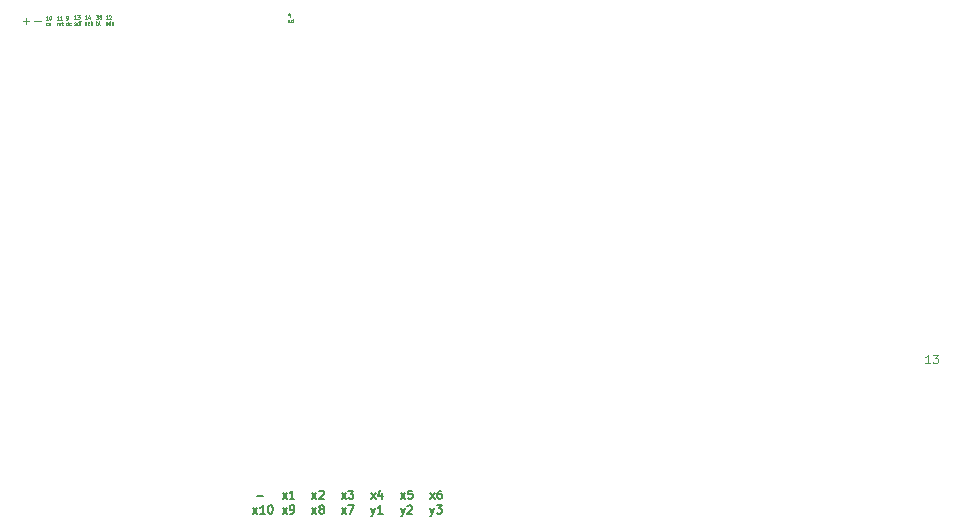
<source format=gbr>
%TF.GenerationSoftware,KiCad,Pcbnew,9.0.7*%
%TF.CreationDate,2026-01-27T19:23:09-03:00*%
%TF.ProjectId,pcb_geral,7063625f-6765-4726-916c-2e6b69636164,rev?*%
%TF.SameCoordinates,Original*%
%TF.FileFunction,Glue,Top*%
%TF.FilePolarity,Positive*%
%FSLAX46Y46*%
G04 Gerber Fmt 4.6, Leading zero omitted, Abs format (unit mm)*
G04 Created by KiCad (PCBNEW 9.0.7) date 2026-01-27 19:23:09*
%MOMM*%
%LPD*%
G01*
G04 APERTURE LIST*
%ADD10C,0.175000*%
%ADD11C,0.020000*%
%ADD12C,0.050000*%
G04 APERTURE END LIST*
D10*
X107715131Y-124905233D02*
X108081797Y-124438566D01*
X107715131Y-124438566D02*
X108081797Y-124905233D01*
X108315131Y-124271900D02*
X108348464Y-124238566D01*
X108348464Y-124238566D02*
X108415131Y-124205233D01*
X108415131Y-124205233D02*
X108581798Y-124205233D01*
X108581798Y-124205233D02*
X108648464Y-124238566D01*
X108648464Y-124238566D02*
X108681798Y-124271900D01*
X108681798Y-124271900D02*
X108715131Y-124338566D01*
X108715131Y-124338566D02*
X108715131Y-124405233D01*
X108715131Y-124405233D02*
X108681798Y-124505233D01*
X108681798Y-124505233D02*
X108281798Y-124905233D01*
X108281798Y-124905233D02*
X108715131Y-124905233D01*
D11*
X89406014Y-83979262D02*
X89591728Y-83979262D01*
X89591728Y-83979262D02*
X89491728Y-84093548D01*
X89491728Y-84093548D02*
X89534585Y-84093548D01*
X89534585Y-84093548D02*
X89563157Y-84107834D01*
X89563157Y-84107834D02*
X89577442Y-84122119D01*
X89577442Y-84122119D02*
X89591728Y-84150691D01*
X89591728Y-84150691D02*
X89591728Y-84222119D01*
X89591728Y-84222119D02*
X89577442Y-84250691D01*
X89577442Y-84250691D02*
X89563157Y-84264977D01*
X89563157Y-84264977D02*
X89534585Y-84279262D01*
X89534585Y-84279262D02*
X89448871Y-84279262D01*
X89448871Y-84279262D02*
X89420299Y-84264977D01*
X89420299Y-84264977D02*
X89406014Y-84250691D01*
X89763156Y-84107834D02*
X89734585Y-84093548D01*
X89734585Y-84093548D02*
X89720299Y-84079262D01*
X89720299Y-84079262D02*
X89706013Y-84050691D01*
X89706013Y-84050691D02*
X89706013Y-84036405D01*
X89706013Y-84036405D02*
X89720299Y-84007834D01*
X89720299Y-84007834D02*
X89734585Y-83993548D01*
X89734585Y-83993548D02*
X89763156Y-83979262D01*
X89763156Y-83979262D02*
X89820299Y-83979262D01*
X89820299Y-83979262D02*
X89848871Y-83993548D01*
X89848871Y-83993548D02*
X89863156Y-84007834D01*
X89863156Y-84007834D02*
X89877442Y-84036405D01*
X89877442Y-84036405D02*
X89877442Y-84050691D01*
X89877442Y-84050691D02*
X89863156Y-84079262D01*
X89863156Y-84079262D02*
X89848871Y-84093548D01*
X89848871Y-84093548D02*
X89820299Y-84107834D01*
X89820299Y-84107834D02*
X89763156Y-84107834D01*
X89763156Y-84107834D02*
X89734585Y-84122119D01*
X89734585Y-84122119D02*
X89720299Y-84136405D01*
X89720299Y-84136405D02*
X89706013Y-84164977D01*
X89706013Y-84164977D02*
X89706013Y-84222119D01*
X89706013Y-84222119D02*
X89720299Y-84250691D01*
X89720299Y-84250691D02*
X89734585Y-84264977D01*
X89734585Y-84264977D02*
X89763156Y-84279262D01*
X89763156Y-84279262D02*
X89820299Y-84279262D01*
X89820299Y-84279262D02*
X89848871Y-84264977D01*
X89848871Y-84264977D02*
X89863156Y-84250691D01*
X89863156Y-84250691D02*
X89877442Y-84222119D01*
X89877442Y-84222119D02*
X89877442Y-84164977D01*
X89877442Y-84164977D02*
X89863156Y-84136405D01*
X89863156Y-84136405D02*
X89848871Y-84122119D01*
X89848871Y-84122119D02*
X89820299Y-84107834D01*
X89434585Y-84762245D02*
X89434585Y-84462245D01*
X89434585Y-84576531D02*
X89463157Y-84562245D01*
X89463157Y-84562245D02*
X89520299Y-84562245D01*
X89520299Y-84562245D02*
X89548871Y-84576531D01*
X89548871Y-84576531D02*
X89563157Y-84590817D01*
X89563157Y-84590817D02*
X89577442Y-84619388D01*
X89577442Y-84619388D02*
X89577442Y-84705102D01*
X89577442Y-84705102D02*
X89563157Y-84733674D01*
X89563157Y-84733674D02*
X89548871Y-84747960D01*
X89548871Y-84747960D02*
X89520299Y-84762245D01*
X89520299Y-84762245D02*
X89463157Y-84762245D01*
X89463157Y-84762245D02*
X89434585Y-84747960D01*
X89748871Y-84762245D02*
X89720300Y-84747960D01*
X89720300Y-84747960D02*
X89706014Y-84719388D01*
X89706014Y-84719388D02*
X89706014Y-84462245D01*
X105813157Y-83879262D02*
X105813157Y-84079262D01*
X105741728Y-83764977D02*
X105670299Y-83979262D01*
X105670299Y-83979262D02*
X105856014Y-83979262D01*
X105670299Y-84547960D02*
X105698871Y-84562245D01*
X105698871Y-84562245D02*
X105756014Y-84562245D01*
X105756014Y-84562245D02*
X105784585Y-84547960D01*
X105784585Y-84547960D02*
X105798871Y-84519388D01*
X105798871Y-84519388D02*
X105798871Y-84505102D01*
X105798871Y-84505102D02*
X105784585Y-84476531D01*
X105784585Y-84476531D02*
X105756014Y-84462245D01*
X105756014Y-84462245D02*
X105713157Y-84462245D01*
X105713157Y-84462245D02*
X105684585Y-84447960D01*
X105684585Y-84447960D02*
X105670299Y-84419388D01*
X105670299Y-84419388D02*
X105670299Y-84405102D01*
X105670299Y-84405102D02*
X105684585Y-84376531D01*
X105684585Y-84376531D02*
X105713157Y-84362245D01*
X105713157Y-84362245D02*
X105756014Y-84362245D01*
X105756014Y-84362245D02*
X105784585Y-84376531D01*
X106056014Y-84562245D02*
X106056014Y-84262245D01*
X106056014Y-84547960D02*
X106027442Y-84562245D01*
X106027442Y-84562245D02*
X105970299Y-84562245D01*
X105970299Y-84562245D02*
X105941728Y-84547960D01*
X105941728Y-84547960D02*
X105927442Y-84533674D01*
X105927442Y-84533674D02*
X105913156Y-84505102D01*
X105913156Y-84505102D02*
X105913156Y-84419388D01*
X105913156Y-84419388D02*
X105927442Y-84390817D01*
X105927442Y-84390817D02*
X105941728Y-84376531D01*
X105941728Y-84376531D02*
X105970299Y-84362245D01*
X105970299Y-84362245D02*
X106027442Y-84362245D01*
X106027442Y-84362245D02*
X106056014Y-84376531D01*
X86241728Y-84329262D02*
X86070299Y-84329262D01*
X86156014Y-84329262D02*
X86156014Y-84029262D01*
X86156014Y-84029262D02*
X86127442Y-84072119D01*
X86127442Y-84072119D02*
X86098871Y-84100691D01*
X86098871Y-84100691D02*
X86070299Y-84114977D01*
X86527442Y-84329262D02*
X86356013Y-84329262D01*
X86441728Y-84329262D02*
X86441728Y-84029262D01*
X86441728Y-84029262D02*
X86413156Y-84072119D01*
X86413156Y-84072119D02*
X86384585Y-84100691D01*
X86384585Y-84100691D02*
X86356013Y-84114977D01*
X86084585Y-84812245D02*
X86084585Y-84612245D01*
X86084585Y-84669388D02*
X86098871Y-84640817D01*
X86098871Y-84640817D02*
X86113157Y-84626531D01*
X86113157Y-84626531D02*
X86141728Y-84612245D01*
X86141728Y-84612245D02*
X86170299Y-84612245D01*
X86256013Y-84797960D02*
X86284585Y-84812245D01*
X86284585Y-84812245D02*
X86341728Y-84812245D01*
X86341728Y-84812245D02*
X86370299Y-84797960D01*
X86370299Y-84797960D02*
X86384585Y-84769388D01*
X86384585Y-84769388D02*
X86384585Y-84755102D01*
X86384585Y-84755102D02*
X86370299Y-84726531D01*
X86370299Y-84726531D02*
X86341728Y-84712245D01*
X86341728Y-84712245D02*
X86298871Y-84712245D01*
X86298871Y-84712245D02*
X86270299Y-84697960D01*
X86270299Y-84697960D02*
X86256013Y-84669388D01*
X86256013Y-84669388D02*
X86256013Y-84655102D01*
X86256013Y-84655102D02*
X86270299Y-84626531D01*
X86270299Y-84626531D02*
X86298871Y-84612245D01*
X86298871Y-84612245D02*
X86341728Y-84612245D01*
X86341728Y-84612245D02*
X86370299Y-84626531D01*
X86470299Y-84612245D02*
X86584585Y-84612245D01*
X86513156Y-84512245D02*
X86513156Y-84769388D01*
X86513156Y-84769388D02*
X86527442Y-84797960D01*
X86527442Y-84797960D02*
X86556013Y-84812245D01*
X86556013Y-84812245D02*
X86584585Y-84812245D01*
X88641728Y-84279262D02*
X88470299Y-84279262D01*
X88556014Y-84279262D02*
X88556014Y-83979262D01*
X88556014Y-83979262D02*
X88527442Y-84022119D01*
X88527442Y-84022119D02*
X88498871Y-84050691D01*
X88498871Y-84050691D02*
X88470299Y-84064977D01*
X88898871Y-84079262D02*
X88898871Y-84279262D01*
X88827442Y-83964977D02*
X88756013Y-84179262D01*
X88756013Y-84179262D02*
X88941728Y-84179262D01*
X88470299Y-84747960D02*
X88498871Y-84762245D01*
X88498871Y-84762245D02*
X88556014Y-84762245D01*
X88556014Y-84762245D02*
X88584585Y-84747960D01*
X88584585Y-84747960D02*
X88598871Y-84719388D01*
X88598871Y-84719388D02*
X88598871Y-84705102D01*
X88598871Y-84705102D02*
X88584585Y-84676531D01*
X88584585Y-84676531D02*
X88556014Y-84662245D01*
X88556014Y-84662245D02*
X88513157Y-84662245D01*
X88513157Y-84662245D02*
X88484585Y-84647960D01*
X88484585Y-84647960D02*
X88470299Y-84619388D01*
X88470299Y-84619388D02*
X88470299Y-84605102D01*
X88470299Y-84605102D02*
X88484585Y-84576531D01*
X88484585Y-84576531D02*
X88513157Y-84562245D01*
X88513157Y-84562245D02*
X88556014Y-84562245D01*
X88556014Y-84562245D02*
X88584585Y-84576531D01*
X88856014Y-84747960D02*
X88827442Y-84762245D01*
X88827442Y-84762245D02*
X88770299Y-84762245D01*
X88770299Y-84762245D02*
X88741728Y-84747960D01*
X88741728Y-84747960D02*
X88727442Y-84733674D01*
X88727442Y-84733674D02*
X88713156Y-84705102D01*
X88713156Y-84705102D02*
X88713156Y-84619388D01*
X88713156Y-84619388D02*
X88727442Y-84590817D01*
X88727442Y-84590817D02*
X88741728Y-84576531D01*
X88741728Y-84576531D02*
X88770299Y-84562245D01*
X88770299Y-84562245D02*
X88827442Y-84562245D01*
X88827442Y-84562245D02*
X88856014Y-84576531D01*
X88984585Y-84762245D02*
X88984585Y-84462245D01*
X89013157Y-84647960D02*
X89098871Y-84762245D01*
X89098871Y-84562245D02*
X88984585Y-84676531D01*
D12*
X84199560Y-84445066D02*
X84732894Y-84445066D01*
X160036227Y-113411733D02*
X159636227Y-113411733D01*
X159836227Y-113411733D02*
X159836227Y-112711733D01*
X159836227Y-112711733D02*
X159769560Y-112811733D01*
X159769560Y-112811733D02*
X159702894Y-112878400D01*
X159702894Y-112878400D02*
X159636227Y-112911733D01*
X160269561Y-112711733D02*
X160702894Y-112711733D01*
X160702894Y-112711733D02*
X160469561Y-112978400D01*
X160469561Y-112978400D02*
X160569561Y-112978400D01*
X160569561Y-112978400D02*
X160636227Y-113011733D01*
X160636227Y-113011733D02*
X160669561Y-113045066D01*
X160669561Y-113045066D02*
X160702894Y-113111733D01*
X160702894Y-113111733D02*
X160702894Y-113278400D01*
X160702894Y-113278400D02*
X160669561Y-113345066D01*
X160669561Y-113345066D02*
X160636227Y-113378400D01*
X160636227Y-113378400D02*
X160569561Y-113411733D01*
X160569561Y-113411733D02*
X160369561Y-113411733D01*
X160369561Y-113411733D02*
X160302894Y-113378400D01*
X160302894Y-113378400D02*
X160269561Y-113345066D01*
D11*
X85341728Y-84329262D02*
X85170299Y-84329262D01*
X85256014Y-84329262D02*
X85256014Y-84029262D01*
X85256014Y-84029262D02*
X85227442Y-84072119D01*
X85227442Y-84072119D02*
X85198871Y-84100691D01*
X85198871Y-84100691D02*
X85170299Y-84114977D01*
X85527442Y-84029262D02*
X85556013Y-84029262D01*
X85556013Y-84029262D02*
X85584585Y-84043548D01*
X85584585Y-84043548D02*
X85598871Y-84057834D01*
X85598871Y-84057834D02*
X85613156Y-84086405D01*
X85613156Y-84086405D02*
X85627442Y-84143548D01*
X85627442Y-84143548D02*
X85627442Y-84214977D01*
X85627442Y-84214977D02*
X85613156Y-84272119D01*
X85613156Y-84272119D02*
X85598871Y-84300691D01*
X85598871Y-84300691D02*
X85584585Y-84314977D01*
X85584585Y-84314977D02*
X85556013Y-84329262D01*
X85556013Y-84329262D02*
X85527442Y-84329262D01*
X85527442Y-84329262D02*
X85498871Y-84314977D01*
X85498871Y-84314977D02*
X85484585Y-84300691D01*
X85484585Y-84300691D02*
X85470299Y-84272119D01*
X85470299Y-84272119D02*
X85456013Y-84214977D01*
X85456013Y-84214977D02*
X85456013Y-84143548D01*
X85456013Y-84143548D02*
X85470299Y-84086405D01*
X85470299Y-84086405D02*
X85484585Y-84057834D01*
X85484585Y-84057834D02*
X85498871Y-84043548D01*
X85498871Y-84043548D02*
X85527442Y-84029262D01*
X85313157Y-84797960D02*
X85284585Y-84812245D01*
X85284585Y-84812245D02*
X85227442Y-84812245D01*
X85227442Y-84812245D02*
X85198871Y-84797960D01*
X85198871Y-84797960D02*
X85184585Y-84783674D01*
X85184585Y-84783674D02*
X85170299Y-84755102D01*
X85170299Y-84755102D02*
X85170299Y-84669388D01*
X85170299Y-84669388D02*
X85184585Y-84640817D01*
X85184585Y-84640817D02*
X85198871Y-84626531D01*
X85198871Y-84626531D02*
X85227442Y-84612245D01*
X85227442Y-84612245D02*
X85284585Y-84612245D01*
X85284585Y-84612245D02*
X85313157Y-84626531D01*
X85427442Y-84797960D02*
X85456014Y-84812245D01*
X85456014Y-84812245D02*
X85513157Y-84812245D01*
X85513157Y-84812245D02*
X85541728Y-84797960D01*
X85541728Y-84797960D02*
X85556014Y-84769388D01*
X85556014Y-84769388D02*
X85556014Y-84755102D01*
X85556014Y-84755102D02*
X85541728Y-84726531D01*
X85541728Y-84726531D02*
X85513157Y-84712245D01*
X85513157Y-84712245D02*
X85470300Y-84712245D01*
X85470300Y-84712245D02*
X85441728Y-84697960D01*
X85441728Y-84697960D02*
X85427442Y-84669388D01*
X85427442Y-84669388D02*
X85427442Y-84655102D01*
X85427442Y-84655102D02*
X85441728Y-84626531D01*
X85441728Y-84626531D02*
X85470300Y-84612245D01*
X85470300Y-84612245D02*
X85513157Y-84612245D01*
X85513157Y-84612245D02*
X85541728Y-84626531D01*
D10*
X117715131Y-124905233D02*
X118081797Y-124438566D01*
X117715131Y-124438566D02*
X118081797Y-124905233D01*
X118648464Y-124205233D02*
X118515131Y-124205233D01*
X118515131Y-124205233D02*
X118448464Y-124238566D01*
X118448464Y-124238566D02*
X118415131Y-124271900D01*
X118415131Y-124271900D02*
X118348464Y-124371900D01*
X118348464Y-124371900D02*
X118315131Y-124505233D01*
X118315131Y-124505233D02*
X118315131Y-124771900D01*
X118315131Y-124771900D02*
X118348464Y-124838566D01*
X118348464Y-124838566D02*
X118381798Y-124871900D01*
X118381798Y-124871900D02*
X118448464Y-124905233D01*
X118448464Y-124905233D02*
X118581798Y-124905233D01*
X118581798Y-124905233D02*
X118648464Y-124871900D01*
X118648464Y-124871900D02*
X118681798Y-124838566D01*
X118681798Y-124838566D02*
X118715131Y-124771900D01*
X118715131Y-124771900D02*
X118715131Y-124605233D01*
X118715131Y-124605233D02*
X118681798Y-124538566D01*
X118681798Y-124538566D02*
X118648464Y-124505233D01*
X118648464Y-124505233D02*
X118581798Y-124471900D01*
X118581798Y-124471900D02*
X118448464Y-124471900D01*
X118448464Y-124471900D02*
X118381798Y-124505233D01*
X118381798Y-124505233D02*
X118348464Y-124538566D01*
X118348464Y-124538566D02*
X118315131Y-124605233D01*
D11*
X87741728Y-84279262D02*
X87570299Y-84279262D01*
X87656014Y-84279262D02*
X87656014Y-83979262D01*
X87656014Y-83979262D02*
X87627442Y-84022119D01*
X87627442Y-84022119D02*
X87598871Y-84050691D01*
X87598871Y-84050691D02*
X87570299Y-84064977D01*
X87841728Y-83979262D02*
X88027442Y-83979262D01*
X88027442Y-83979262D02*
X87927442Y-84093548D01*
X87927442Y-84093548D02*
X87970299Y-84093548D01*
X87970299Y-84093548D02*
X87998871Y-84107834D01*
X87998871Y-84107834D02*
X88013156Y-84122119D01*
X88013156Y-84122119D02*
X88027442Y-84150691D01*
X88027442Y-84150691D02*
X88027442Y-84222119D01*
X88027442Y-84222119D02*
X88013156Y-84250691D01*
X88013156Y-84250691D02*
X87998871Y-84264977D01*
X87998871Y-84264977D02*
X87970299Y-84279262D01*
X87970299Y-84279262D02*
X87884585Y-84279262D01*
X87884585Y-84279262D02*
X87856013Y-84264977D01*
X87856013Y-84264977D02*
X87841728Y-84250691D01*
X87570299Y-84747960D02*
X87598871Y-84762245D01*
X87598871Y-84762245D02*
X87656014Y-84762245D01*
X87656014Y-84762245D02*
X87684585Y-84747960D01*
X87684585Y-84747960D02*
X87698871Y-84719388D01*
X87698871Y-84719388D02*
X87698871Y-84705102D01*
X87698871Y-84705102D02*
X87684585Y-84676531D01*
X87684585Y-84676531D02*
X87656014Y-84662245D01*
X87656014Y-84662245D02*
X87613157Y-84662245D01*
X87613157Y-84662245D02*
X87584585Y-84647960D01*
X87584585Y-84647960D02*
X87570299Y-84619388D01*
X87570299Y-84619388D02*
X87570299Y-84605102D01*
X87570299Y-84605102D02*
X87584585Y-84576531D01*
X87584585Y-84576531D02*
X87613157Y-84562245D01*
X87613157Y-84562245D02*
X87656014Y-84562245D01*
X87656014Y-84562245D02*
X87684585Y-84576531D01*
X87956014Y-84762245D02*
X87956014Y-84462245D01*
X87956014Y-84747960D02*
X87927442Y-84762245D01*
X87927442Y-84762245D02*
X87870299Y-84762245D01*
X87870299Y-84762245D02*
X87841728Y-84747960D01*
X87841728Y-84747960D02*
X87827442Y-84733674D01*
X87827442Y-84733674D02*
X87813156Y-84705102D01*
X87813156Y-84705102D02*
X87813156Y-84619388D01*
X87813156Y-84619388D02*
X87827442Y-84590817D01*
X87827442Y-84590817D02*
X87841728Y-84576531D01*
X87841728Y-84576531D02*
X87870299Y-84562245D01*
X87870299Y-84562245D02*
X87927442Y-84562245D01*
X87927442Y-84562245D02*
X87956014Y-84576531D01*
X88098871Y-84762245D02*
X88098871Y-84562245D01*
X88098871Y-84462245D02*
X88084585Y-84476531D01*
X88084585Y-84476531D02*
X88098871Y-84490817D01*
X88098871Y-84490817D02*
X88113157Y-84476531D01*
X88113157Y-84476531D02*
X88098871Y-84462245D01*
X88098871Y-84462245D02*
X88098871Y-84490817D01*
D10*
X103031797Y-124638566D02*
X103565131Y-124638566D01*
X115215131Y-125688566D02*
X115381797Y-126155233D01*
X115548464Y-125688566D02*
X115381797Y-126155233D01*
X115381797Y-126155233D02*
X115315131Y-126321900D01*
X115315131Y-126321900D02*
X115281797Y-126355233D01*
X115281797Y-126355233D02*
X115215131Y-126388566D01*
X115781797Y-125521900D02*
X115815130Y-125488566D01*
X115815130Y-125488566D02*
X115881797Y-125455233D01*
X115881797Y-125455233D02*
X116048464Y-125455233D01*
X116048464Y-125455233D02*
X116115130Y-125488566D01*
X116115130Y-125488566D02*
X116148464Y-125521900D01*
X116148464Y-125521900D02*
X116181797Y-125588566D01*
X116181797Y-125588566D02*
X116181797Y-125655233D01*
X116181797Y-125655233D02*
X116148464Y-125755233D01*
X116148464Y-125755233D02*
X115748464Y-126155233D01*
X115748464Y-126155233D02*
X116181797Y-126155233D01*
X102715131Y-126155233D02*
X103081797Y-125688566D01*
X102715131Y-125688566D02*
X103081797Y-126155233D01*
X103715131Y-126155233D02*
X103315131Y-126155233D01*
X103515131Y-126155233D02*
X103515131Y-125455233D01*
X103515131Y-125455233D02*
X103448464Y-125555233D01*
X103448464Y-125555233D02*
X103381798Y-125621900D01*
X103381798Y-125621900D02*
X103315131Y-125655233D01*
X104148465Y-125455233D02*
X104215131Y-125455233D01*
X104215131Y-125455233D02*
X104281798Y-125488566D01*
X104281798Y-125488566D02*
X104315131Y-125521900D01*
X104315131Y-125521900D02*
X104348465Y-125588566D01*
X104348465Y-125588566D02*
X104381798Y-125721900D01*
X104381798Y-125721900D02*
X104381798Y-125888566D01*
X104381798Y-125888566D02*
X104348465Y-126021900D01*
X104348465Y-126021900D02*
X104315131Y-126088566D01*
X104315131Y-126088566D02*
X104281798Y-126121900D01*
X104281798Y-126121900D02*
X104215131Y-126155233D01*
X104215131Y-126155233D02*
X104148465Y-126155233D01*
X104148465Y-126155233D02*
X104081798Y-126121900D01*
X104081798Y-126121900D02*
X104048465Y-126088566D01*
X104048465Y-126088566D02*
X104015131Y-126021900D01*
X104015131Y-126021900D02*
X103981798Y-125888566D01*
X103981798Y-125888566D02*
X103981798Y-125721900D01*
X103981798Y-125721900D02*
X104015131Y-125588566D01*
X104015131Y-125588566D02*
X104048465Y-125521900D01*
X104048465Y-125521900D02*
X104081798Y-125488566D01*
X104081798Y-125488566D02*
X104148465Y-125455233D01*
X112715131Y-124905233D02*
X113081797Y-124438566D01*
X112715131Y-124438566D02*
X113081797Y-124905233D01*
X113648464Y-124438566D02*
X113648464Y-124905233D01*
X113481798Y-124171900D02*
X113315131Y-124671900D01*
X113315131Y-124671900D02*
X113748464Y-124671900D01*
D11*
X90391728Y-84279262D02*
X90220299Y-84279262D01*
X90306014Y-84279262D02*
X90306014Y-83979262D01*
X90306014Y-83979262D02*
X90277442Y-84022119D01*
X90277442Y-84022119D02*
X90248871Y-84050691D01*
X90248871Y-84050691D02*
X90220299Y-84064977D01*
X90506013Y-84007834D02*
X90520299Y-83993548D01*
X90520299Y-83993548D02*
X90548871Y-83979262D01*
X90548871Y-83979262D02*
X90620299Y-83979262D01*
X90620299Y-83979262D02*
X90648871Y-83993548D01*
X90648871Y-83993548D02*
X90663156Y-84007834D01*
X90663156Y-84007834D02*
X90677442Y-84036405D01*
X90677442Y-84036405D02*
X90677442Y-84064977D01*
X90677442Y-84064977D02*
X90663156Y-84107834D01*
X90663156Y-84107834D02*
X90491728Y-84279262D01*
X90491728Y-84279262D02*
X90677442Y-84279262D01*
X90220299Y-84747960D02*
X90248871Y-84762245D01*
X90248871Y-84762245D02*
X90306014Y-84762245D01*
X90306014Y-84762245D02*
X90334585Y-84747960D01*
X90334585Y-84747960D02*
X90348871Y-84719388D01*
X90348871Y-84719388D02*
X90348871Y-84705102D01*
X90348871Y-84705102D02*
X90334585Y-84676531D01*
X90334585Y-84676531D02*
X90306014Y-84662245D01*
X90306014Y-84662245D02*
X90263157Y-84662245D01*
X90263157Y-84662245D02*
X90234585Y-84647960D01*
X90234585Y-84647960D02*
X90220299Y-84619388D01*
X90220299Y-84619388D02*
X90220299Y-84605102D01*
X90220299Y-84605102D02*
X90234585Y-84576531D01*
X90234585Y-84576531D02*
X90263157Y-84562245D01*
X90263157Y-84562245D02*
X90306014Y-84562245D01*
X90306014Y-84562245D02*
X90334585Y-84576531D01*
X90606014Y-84762245D02*
X90606014Y-84462245D01*
X90606014Y-84747960D02*
X90577442Y-84762245D01*
X90577442Y-84762245D02*
X90520299Y-84762245D01*
X90520299Y-84762245D02*
X90491728Y-84747960D01*
X90491728Y-84747960D02*
X90477442Y-84733674D01*
X90477442Y-84733674D02*
X90463156Y-84705102D01*
X90463156Y-84705102D02*
X90463156Y-84619388D01*
X90463156Y-84619388D02*
X90477442Y-84590817D01*
X90477442Y-84590817D02*
X90491728Y-84576531D01*
X90491728Y-84576531D02*
X90520299Y-84562245D01*
X90520299Y-84562245D02*
X90577442Y-84562245D01*
X90577442Y-84562245D02*
X90606014Y-84576531D01*
X90791728Y-84762245D02*
X90763157Y-84747960D01*
X90763157Y-84747960D02*
X90748871Y-84733674D01*
X90748871Y-84733674D02*
X90734585Y-84705102D01*
X90734585Y-84705102D02*
X90734585Y-84619388D01*
X90734585Y-84619388D02*
X90748871Y-84590817D01*
X90748871Y-84590817D02*
X90763157Y-84576531D01*
X90763157Y-84576531D02*
X90791728Y-84562245D01*
X90791728Y-84562245D02*
X90834585Y-84562245D01*
X90834585Y-84562245D02*
X90863157Y-84576531D01*
X90863157Y-84576531D02*
X90877443Y-84590817D01*
X90877443Y-84590817D02*
X90891728Y-84619388D01*
X90891728Y-84619388D02*
X90891728Y-84705102D01*
X90891728Y-84705102D02*
X90877443Y-84733674D01*
X90877443Y-84733674D02*
X90863157Y-84747960D01*
X90863157Y-84747960D02*
X90834585Y-84762245D01*
X90834585Y-84762245D02*
X90791728Y-84762245D01*
D10*
X105215131Y-124905233D02*
X105581797Y-124438566D01*
X105215131Y-124438566D02*
X105581797Y-124905233D01*
X106215131Y-124905233D02*
X105815131Y-124905233D01*
X106015131Y-124905233D02*
X106015131Y-124205233D01*
X106015131Y-124205233D02*
X105948464Y-124305233D01*
X105948464Y-124305233D02*
X105881798Y-124371900D01*
X105881798Y-124371900D02*
X105815131Y-124405233D01*
X105215131Y-126155233D02*
X105581797Y-125688566D01*
X105215131Y-125688566D02*
X105581797Y-126155233D01*
X105881798Y-126155233D02*
X106015131Y-126155233D01*
X106015131Y-126155233D02*
X106081798Y-126121900D01*
X106081798Y-126121900D02*
X106115131Y-126088566D01*
X106115131Y-126088566D02*
X106181798Y-125988566D01*
X106181798Y-125988566D02*
X106215131Y-125855233D01*
X106215131Y-125855233D02*
X106215131Y-125588566D01*
X106215131Y-125588566D02*
X106181798Y-125521900D01*
X106181798Y-125521900D02*
X106148464Y-125488566D01*
X106148464Y-125488566D02*
X106081798Y-125455233D01*
X106081798Y-125455233D02*
X105948464Y-125455233D01*
X105948464Y-125455233D02*
X105881798Y-125488566D01*
X105881798Y-125488566D02*
X105848464Y-125521900D01*
X105848464Y-125521900D02*
X105815131Y-125588566D01*
X105815131Y-125588566D02*
X105815131Y-125755233D01*
X105815131Y-125755233D02*
X105848464Y-125821900D01*
X105848464Y-125821900D02*
X105881798Y-125855233D01*
X105881798Y-125855233D02*
X105948464Y-125888566D01*
X105948464Y-125888566D02*
X106081798Y-125888566D01*
X106081798Y-125888566D02*
X106148464Y-125855233D01*
X106148464Y-125855233D02*
X106181798Y-125821900D01*
X106181798Y-125821900D02*
X106215131Y-125755233D01*
X115215131Y-124905233D02*
X115581797Y-124438566D01*
X115215131Y-124438566D02*
X115581797Y-124905233D01*
X116181798Y-124205233D02*
X115848464Y-124205233D01*
X115848464Y-124205233D02*
X115815131Y-124538566D01*
X115815131Y-124538566D02*
X115848464Y-124505233D01*
X115848464Y-124505233D02*
X115915131Y-124471900D01*
X115915131Y-124471900D02*
X116081798Y-124471900D01*
X116081798Y-124471900D02*
X116148464Y-124505233D01*
X116148464Y-124505233D02*
X116181798Y-124538566D01*
X116181798Y-124538566D02*
X116215131Y-124605233D01*
X116215131Y-124605233D02*
X116215131Y-124771900D01*
X116215131Y-124771900D02*
X116181798Y-124838566D01*
X116181798Y-124838566D02*
X116148464Y-124871900D01*
X116148464Y-124871900D02*
X116081798Y-124905233D01*
X116081798Y-124905233D02*
X115915131Y-124905233D01*
X115915131Y-124905233D02*
X115848464Y-124871900D01*
X115848464Y-124871900D02*
X115815131Y-124838566D01*
D11*
X86898871Y-84329262D02*
X86956014Y-84329262D01*
X86956014Y-84329262D02*
X86984585Y-84314977D01*
X86984585Y-84314977D02*
X86998871Y-84300691D01*
X86998871Y-84300691D02*
X87027442Y-84257834D01*
X87027442Y-84257834D02*
X87041728Y-84200691D01*
X87041728Y-84200691D02*
X87041728Y-84086405D01*
X87041728Y-84086405D02*
X87027442Y-84057834D01*
X87027442Y-84057834D02*
X87013157Y-84043548D01*
X87013157Y-84043548D02*
X86984585Y-84029262D01*
X86984585Y-84029262D02*
X86927442Y-84029262D01*
X86927442Y-84029262D02*
X86898871Y-84043548D01*
X86898871Y-84043548D02*
X86884585Y-84057834D01*
X86884585Y-84057834D02*
X86870299Y-84086405D01*
X86870299Y-84086405D02*
X86870299Y-84157834D01*
X86870299Y-84157834D02*
X86884585Y-84186405D01*
X86884585Y-84186405D02*
X86898871Y-84200691D01*
X86898871Y-84200691D02*
X86927442Y-84214977D01*
X86927442Y-84214977D02*
X86984585Y-84214977D01*
X86984585Y-84214977D02*
X87013157Y-84200691D01*
X87013157Y-84200691D02*
X87027442Y-84186405D01*
X87027442Y-84186405D02*
X87041728Y-84157834D01*
X87013157Y-84812245D02*
X87013157Y-84512245D01*
X87013157Y-84797960D02*
X86984585Y-84812245D01*
X86984585Y-84812245D02*
X86927442Y-84812245D01*
X86927442Y-84812245D02*
X86898871Y-84797960D01*
X86898871Y-84797960D02*
X86884585Y-84783674D01*
X86884585Y-84783674D02*
X86870299Y-84755102D01*
X86870299Y-84755102D02*
X86870299Y-84669388D01*
X86870299Y-84669388D02*
X86884585Y-84640817D01*
X86884585Y-84640817D02*
X86898871Y-84626531D01*
X86898871Y-84626531D02*
X86927442Y-84612245D01*
X86927442Y-84612245D02*
X86984585Y-84612245D01*
X86984585Y-84612245D02*
X87013157Y-84626531D01*
X87284586Y-84797960D02*
X87256014Y-84812245D01*
X87256014Y-84812245D02*
X87198871Y-84812245D01*
X87198871Y-84812245D02*
X87170300Y-84797960D01*
X87170300Y-84797960D02*
X87156014Y-84783674D01*
X87156014Y-84783674D02*
X87141728Y-84755102D01*
X87141728Y-84755102D02*
X87141728Y-84669388D01*
X87141728Y-84669388D02*
X87156014Y-84640817D01*
X87156014Y-84640817D02*
X87170300Y-84626531D01*
X87170300Y-84626531D02*
X87198871Y-84612245D01*
X87198871Y-84612245D02*
X87256014Y-84612245D01*
X87256014Y-84612245D02*
X87284586Y-84626531D01*
D10*
X112715131Y-125688566D02*
X112881797Y-126155233D01*
X113048464Y-125688566D02*
X112881797Y-126155233D01*
X112881797Y-126155233D02*
X112815131Y-126321900D01*
X112815131Y-126321900D02*
X112781797Y-126355233D01*
X112781797Y-126355233D02*
X112715131Y-126388566D01*
X113681797Y-126155233D02*
X113281797Y-126155233D01*
X113481797Y-126155233D02*
X113481797Y-125455233D01*
X113481797Y-125455233D02*
X113415130Y-125555233D01*
X113415130Y-125555233D02*
X113348464Y-125621900D01*
X113348464Y-125621900D02*
X113281797Y-125655233D01*
X110215131Y-124905233D02*
X110581797Y-124438566D01*
X110215131Y-124438566D02*
X110581797Y-124905233D01*
X110781798Y-124205233D02*
X111215131Y-124205233D01*
X111215131Y-124205233D02*
X110981798Y-124471900D01*
X110981798Y-124471900D02*
X111081798Y-124471900D01*
X111081798Y-124471900D02*
X111148464Y-124505233D01*
X111148464Y-124505233D02*
X111181798Y-124538566D01*
X111181798Y-124538566D02*
X111215131Y-124605233D01*
X111215131Y-124605233D02*
X111215131Y-124771900D01*
X111215131Y-124771900D02*
X111181798Y-124838566D01*
X111181798Y-124838566D02*
X111148464Y-124871900D01*
X111148464Y-124871900D02*
X111081798Y-124905233D01*
X111081798Y-124905233D02*
X110881798Y-124905233D01*
X110881798Y-124905233D02*
X110815131Y-124871900D01*
X110815131Y-124871900D02*
X110781798Y-124838566D01*
X107715131Y-126155233D02*
X108081797Y-125688566D01*
X107715131Y-125688566D02*
X108081797Y-126155233D01*
X108448464Y-125755233D02*
X108381798Y-125721900D01*
X108381798Y-125721900D02*
X108348464Y-125688566D01*
X108348464Y-125688566D02*
X108315131Y-125621900D01*
X108315131Y-125621900D02*
X108315131Y-125588566D01*
X108315131Y-125588566D02*
X108348464Y-125521900D01*
X108348464Y-125521900D02*
X108381798Y-125488566D01*
X108381798Y-125488566D02*
X108448464Y-125455233D01*
X108448464Y-125455233D02*
X108581798Y-125455233D01*
X108581798Y-125455233D02*
X108648464Y-125488566D01*
X108648464Y-125488566D02*
X108681798Y-125521900D01*
X108681798Y-125521900D02*
X108715131Y-125588566D01*
X108715131Y-125588566D02*
X108715131Y-125621900D01*
X108715131Y-125621900D02*
X108681798Y-125688566D01*
X108681798Y-125688566D02*
X108648464Y-125721900D01*
X108648464Y-125721900D02*
X108581798Y-125755233D01*
X108581798Y-125755233D02*
X108448464Y-125755233D01*
X108448464Y-125755233D02*
X108381798Y-125788566D01*
X108381798Y-125788566D02*
X108348464Y-125821900D01*
X108348464Y-125821900D02*
X108315131Y-125888566D01*
X108315131Y-125888566D02*
X108315131Y-126021900D01*
X108315131Y-126021900D02*
X108348464Y-126088566D01*
X108348464Y-126088566D02*
X108381798Y-126121900D01*
X108381798Y-126121900D02*
X108448464Y-126155233D01*
X108448464Y-126155233D02*
X108581798Y-126155233D01*
X108581798Y-126155233D02*
X108648464Y-126121900D01*
X108648464Y-126121900D02*
X108681798Y-126088566D01*
X108681798Y-126088566D02*
X108715131Y-126021900D01*
X108715131Y-126021900D02*
X108715131Y-125888566D01*
X108715131Y-125888566D02*
X108681798Y-125821900D01*
X108681798Y-125821900D02*
X108648464Y-125788566D01*
X108648464Y-125788566D02*
X108581798Y-125755233D01*
X117715131Y-125688566D02*
X117881797Y-126155233D01*
X118048464Y-125688566D02*
X117881797Y-126155233D01*
X117881797Y-126155233D02*
X117815131Y-126321900D01*
X117815131Y-126321900D02*
X117781797Y-126355233D01*
X117781797Y-126355233D02*
X117715131Y-126388566D01*
X118248464Y-125455233D02*
X118681797Y-125455233D01*
X118681797Y-125455233D02*
X118448464Y-125721900D01*
X118448464Y-125721900D02*
X118548464Y-125721900D01*
X118548464Y-125721900D02*
X118615130Y-125755233D01*
X118615130Y-125755233D02*
X118648464Y-125788566D01*
X118648464Y-125788566D02*
X118681797Y-125855233D01*
X118681797Y-125855233D02*
X118681797Y-126021900D01*
X118681797Y-126021900D02*
X118648464Y-126088566D01*
X118648464Y-126088566D02*
X118615130Y-126121900D01*
X118615130Y-126121900D02*
X118548464Y-126155233D01*
X118548464Y-126155233D02*
X118348464Y-126155233D01*
X118348464Y-126155233D02*
X118281797Y-126121900D01*
X118281797Y-126121900D02*
X118248464Y-126088566D01*
X110215131Y-126155233D02*
X110581797Y-125688566D01*
X110215131Y-125688566D02*
X110581797Y-126155233D01*
X110781798Y-125455233D02*
X111248464Y-125455233D01*
X111248464Y-125455233D02*
X110948464Y-126155233D01*
D12*
X83249560Y-84445066D02*
X83782894Y-84445066D01*
X83516227Y-84711733D02*
X83516227Y-84178400D01*
M02*

</source>
